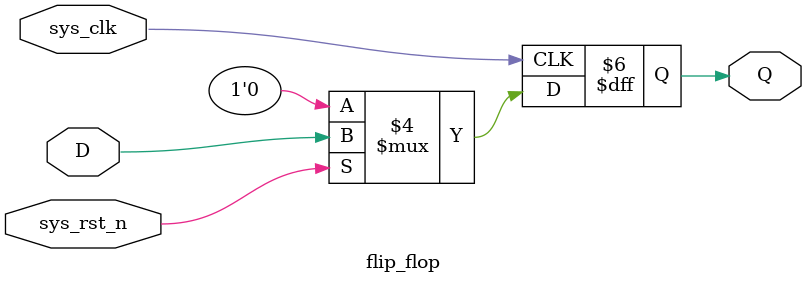
<source format=v>

module flip_flop
(
input wire sys_clk ,


input wire sys_rst_n, 


input wire D , 

output reg Q 
);


always@(posedge sys_clk) 


if(sys_rst_n == 1'b0) 


 Q <= 1'b0; 

else
Q <= D;

endmodule
</source>
